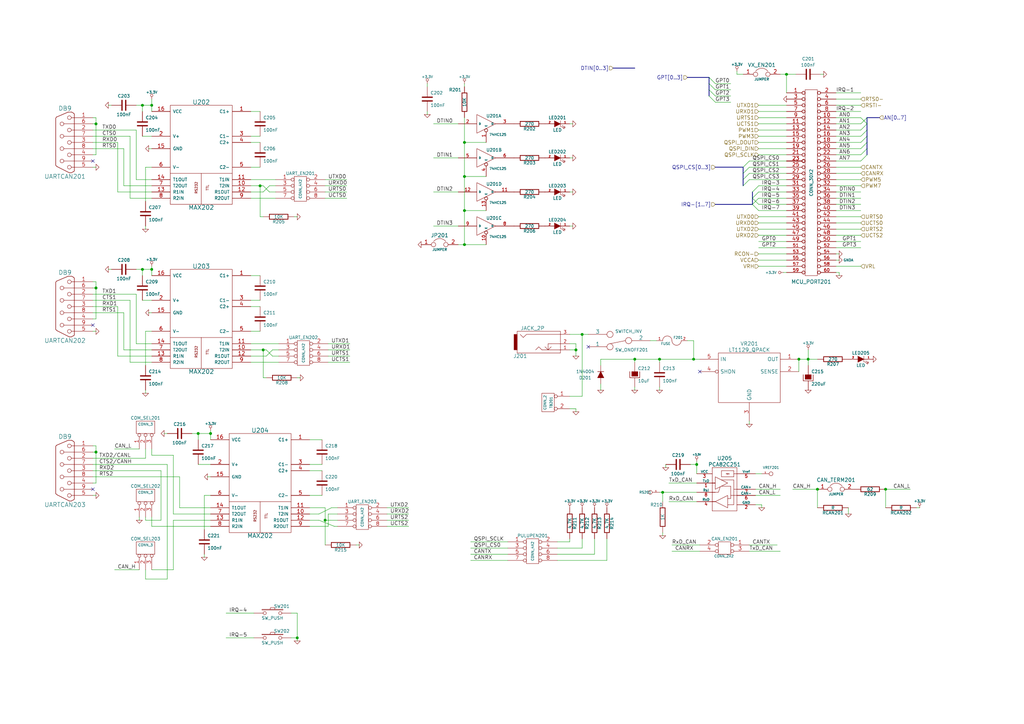
<source format=kicad_sch>
(kicad_sch (version 20210126) (generator eeschema)
  (paper "A3")
  (title_block (title "Dev kit coldfire 5213") (date "Sun 22 Mar 2015") (rev "0"))
  (junction (at 39.37 50.8) (diameter 1.016))
  (junction (at 39.37 118.11) (diameter 1.016))
  (junction (at 39.37 185.42) (diameter 1.016))
  (junction (at 58.42 43.18) (diameter 1.016))
  (junction (at 58.42 110.49) (diameter 1.016))
  (junction (at 62.23 43.18) (diameter 1.016))
  (junction (at 62.23 110.49) (diameter 1.016))
  (junction (at 81.28 177.8) (diameter 1.016))
  (junction (at 86.36 177.8) (diameter 1.016))
  (junction (at 106.68 76.2) (diameter 1.016))
  (junction (at 107.95 143.51) (diameter 1.016))
  (junction (at 121.92 261.62) (diameter 1.016))
  (junction (at 133.35 213.36) (diameter 1.016))
  (junction (at 190.5 58.42) (diameter 1.016))
  (junction (at 190.5 72.39) (diameter 1.016))
  (junction (at 190.5 86.36) (diameter 1.016))
  (junction (at 190.5 100.33) (diameter 1.016))
  (junction (at 236.22 143.51) (diameter 1.016))
  (junction (at 238.76 137.16) (diameter 1.016))
  (junction (at 260.35 147.32) (diameter 1.016))
  (junction (at 270.51 147.32) (diameter 1.016))
  (junction (at 271.78 201.93) (diameter 1.016))
  (junction (at 284.48 147.32) (diameter 1.016))
  (junction (at 285.75 190.5) (diameter 1.016))
  (junction (at 322.58 30.48) (diameter 1.016))
  (junction (at 327.66 147.32) (diameter 1.016))
  (junction (at 331.47 147.32) (diameter 1.016))
  (junction (at 335.28 200.66) (diameter 1.016))
  (junction (at 363.22 200.66) (diameter 1.016))
  (no_connect (at 38.1 66.04))
  (no_connect (at 38.1 133.35))
  (no_connect (at 38.1 200.66))
  (no_connect (at 241.3 142.24))
  (no_connect (at 287.02 152.4))
  (bus_entry (at 293.37 34.29) (size -2.54 -2.54) (stroke (width 0.1524)))
  (bus_entry (at 293.37 36.83) (size -2.54 -2.54) (stroke (width 0.1524)))
  (bus_entry (at 293.37 39.37) (size -2.54 -2.54) (stroke (width 0.1524)))
  (bus_entry (at 293.37 41.91) (size -2.54 -2.54) (stroke (width 0.1524)))
  (bus_entry (at 304.8 68.58) (size 2.54 -2.54) (stroke (width 0.1524)))
  (bus_entry (at 304.8 71.12) (size 2.54 -2.54) (stroke (width 0.1524)))
  (bus_entry (at 304.8 73.66) (size 2.54 -2.54) (stroke (width 0.1524)))
  (bus_entry (at 304.8 76.2) (size 2.54 -2.54) (stroke (width 0.1524)))
  (bus_entry (at 308.61 78.74) (size 2.54 -2.54) (stroke (width 0.1524)))
  (bus_entry (at 308.61 81.28) (size 2.54 -2.54) (stroke (width 0.1524)))
  (bus_entry (at 308.61 83.82) (size 2.54 -2.54) (stroke (width 0.1524)))
  (bus_entry (at 311.15 83.82) (size -2.54 -2.54) (stroke (width 0.1524)))
  (bus_entry (at 311.15 86.36) (size -2.54 -2.54) (stroke (width 0.1524)))
  (bus_entry (at 353.06 48.26) (size 2.54 2.54) (stroke (width 0.1524)))
  (bus_entry (at 353.06 50.8) (size 2.54 -2.54) (stroke (width 0.1524)))
  (bus_entry (at 353.06 53.34) (size 2.54 -2.54) (stroke (width 0.1524)))
  (bus_entry (at 353.06 55.88) (size 2.54 -2.54) (stroke (width 0.1524)))
  (bus_entry (at 353.06 58.42) (size 2.54 -2.54) (stroke (width 0.1524)))
  (bus_entry (at 353.06 60.96) (size 2.54 -2.54) (stroke (width 0.1524)))
  (bus_entry (at 353.06 63.5) (size 2.54 -2.54) (stroke (width 0.1524)))
  (bus_entry (at 353.06 66.04) (size 2.54 -2.54) (stroke (width 0.1524)))
  (wire (pts (xy 38.1 48.26) (xy 39.37 48.26)))
  (wire (pts (xy 38.1 50.8) (xy 39.37 50.8)))
  (wire (pts (xy 38.1 53.34) (xy 55.88 53.34)))
  (wire (pts (xy 38.1 58.42) (xy 48.26 58.42)))
  (wire (pts (xy 38.1 60.96) (xy 50.8 60.96)))
  (wire (pts (xy 38.1 115.57) (xy 39.37 115.57)))
  (wire (pts (xy 38.1 118.11) (xy 39.37 118.11)))
  (wire (pts (xy 38.1 120.65) (xy 55.88 120.65)))
  (wire (pts (xy 38.1 125.73) (xy 48.26 125.73)))
  (wire (pts (xy 38.1 128.27) (xy 50.8 128.27)))
  (wire (pts (xy 38.1 182.88) (xy 39.37 182.88)))
  (wire (pts (xy 38.1 185.42) (xy 39.37 185.42)))
  (wire (pts (xy 39.37 48.26) (xy 39.37 50.8)))
  (wire (pts (xy 39.37 50.8) (xy 39.37 63.5)))
  (wire (pts (xy 39.37 63.5) (xy 38.1 63.5)))
  (wire (pts (xy 39.37 68.58) (xy 38.1 68.58)))
  (wire (pts (xy 39.37 115.57) (xy 39.37 118.11)))
  (wire (pts (xy 39.37 118.11) (xy 39.37 130.81)))
  (wire (pts (xy 39.37 130.81) (xy 38.1 130.81)))
  (wire (pts (xy 39.37 135.89) (xy 38.1 135.89)))
  (wire (pts (xy 39.37 182.88) (xy 39.37 185.42)))
  (wire (pts (xy 39.37 185.42) (xy 39.37 198.12)))
  (wire (pts (xy 39.37 198.12) (xy 38.1 198.12)))
  (wire (pts (xy 39.37 203.2) (xy 38.1 203.2)))
  (wire (pts (xy 44.45 43.18) (xy 45.72 43.18)))
  (wire (pts (xy 44.45 110.49) (xy 45.72 110.49)))
  (wire (pts (xy 48.26 58.42) (xy 48.26 78.74)))
  (wire (pts (xy 48.26 78.74) (xy 62.23 78.74)))
  (wire (pts (xy 48.26 125.73) (xy 48.26 146.05)))
  (wire (pts (xy 48.26 146.05) (xy 62.23 146.05)))
  (wire (pts (xy 50.8 60.96) (xy 50.8 76.2)))
  (wire (pts (xy 50.8 76.2) (xy 62.23 76.2)))
  (wire (pts (xy 50.8 128.27) (xy 50.8 143.51)))
  (wire (pts (xy 50.8 143.51) (xy 62.23 143.51)))
  (wire (pts (xy 53.34 55.88) (xy 38.1 55.88)))
  (wire (pts (xy 53.34 81.28) (xy 53.34 55.88)))
  (wire (pts (xy 53.34 123.19) (xy 38.1 123.19)))
  (wire (pts (xy 53.34 148.59) (xy 53.34 123.19)))
  (wire (pts (xy 55.88 43.18) (xy 58.42 43.18)))
  (wire (pts (xy 55.88 53.34) (xy 55.88 73.66)))
  (wire (pts (xy 55.88 73.66) (xy 62.23 73.66)))
  (wire (pts (xy 55.88 110.49) (xy 58.42 110.49)))
  (wire (pts (xy 55.88 120.65) (xy 55.88 140.97)))
  (wire (pts (xy 55.88 140.97) (xy 62.23 140.97)))
  (wire (pts (xy 57.15 184.15) (xy 46.99 184.15)))
  (wire (pts (xy 57.15 213.36) (xy 57.15 212.09)))
  (wire (pts (xy 57.15 233.68) (xy 46.99 233.68)))
  (wire (pts (xy 58.42 43.18) (xy 62.23 43.18)))
  (wire (pts (xy 58.42 45.72) (xy 58.42 43.18)))
  (wire (pts (xy 58.42 110.49) (xy 62.23 110.49)))
  (wire (pts (xy 58.42 113.03) (xy 58.42 110.49)))
  (wire (pts (xy 59.69 68.58) (xy 62.23 68.58)))
  (wire (pts (xy 59.69 82.55) (xy 59.69 68.58)))
  (wire (pts (xy 59.69 92.71) (xy 59.69 93.98)))
  (wire (pts (xy 59.69 135.89) (xy 62.23 135.89)))
  (wire (pts (xy 59.69 149.86) (xy 59.69 135.89)))
  (wire (pts (xy 59.69 160.02) (xy 59.69 161.29)))
  (wire (pts (xy 59.69 184.15) (xy 59.69 187.96)))
  (wire (pts (xy 59.69 187.96) (xy 38.1 187.96)))
  (wire (pts (xy 59.69 212.09) (xy 59.69 213.36)))
  (wire (pts (xy 59.69 213.36) (xy 66.04 213.36)))
  (wire (pts (xy 59.69 233.68) (xy 59.69 237.49)))
  (wire (pts (xy 59.69 237.49) (xy 68.58 237.49)))
  (wire (pts (xy 60.96 60.96) (xy 62.23 60.96)))
  (wire (pts (xy 60.96 128.27) (xy 62.23 128.27)))
  (wire (pts (xy 62.23 40.64) (xy 62.23 43.18)))
  (wire (pts (xy 62.23 43.18) (xy 62.23 45.72)))
  (wire (pts (xy 62.23 55.88) (xy 58.42 55.88)))
  (wire (pts (xy 62.23 81.28) (xy 53.34 81.28)))
  (wire (pts (xy 62.23 109.22) (xy 62.23 110.49)))
  (wire (pts (xy 62.23 110.49) (xy 62.23 113.03)))
  (wire (pts (xy 62.23 123.19) (xy 58.42 123.19)))
  (wire (pts (xy 62.23 148.59) (xy 53.34 148.59)))
  (wire (pts (xy 62.23 186.69) (xy 62.23 184.15)))
  (wire (pts (xy 62.23 212.09) (xy 62.23 215.9)))
  (wire (pts (xy 62.23 215.9) (xy 86.36 215.9)))
  (wire (pts (xy 62.23 233.68) (xy 71.12 233.68)))
  (wire (pts (xy 66.04 193.04) (xy 38.1 193.04)))
  (wire (pts (xy 66.04 213.36) (xy 66.04 193.04)))
  (wire (pts (xy 67.31 177.8) (xy 68.58 177.8)))
  (wire (pts (xy 68.58 190.5) (xy 38.1 190.5)))
  (wire (pts (xy 68.58 237.49) (xy 68.58 190.5)))
  (wire (pts (xy 71.12 186.69) (xy 62.23 186.69)))
  (wire (pts (xy 71.12 210.82) (xy 71.12 186.69)))
  (wire (pts (xy 71.12 213.36) (xy 86.36 213.36)))
  (wire (pts (xy 71.12 233.68) (xy 71.12 213.36)))
  (wire (pts (xy 73.66 195.58) (xy 38.1 195.58)))
  (wire (pts (xy 73.66 208.28) (xy 73.66 195.58)))
  (wire (pts (xy 73.66 208.28) (xy 86.36 208.28)))
  (wire (pts (xy 78.74 177.8) (xy 81.28 177.8)))
  (wire (pts (xy 81.28 177.8) (xy 81.28 180.34)))
  (wire (pts (xy 81.28 177.8) (xy 86.36 177.8)))
  (wire (pts (xy 83.82 203.2) (xy 86.36 203.2)))
  (wire (pts (xy 83.82 217.17) (xy 83.82 203.2)))
  (wire (pts (xy 83.82 228.6) (xy 83.82 227.33)))
  (wire (pts (xy 85.09 195.58) (xy 86.36 195.58)))
  (wire (pts (xy 86.36 176.53) (xy 86.36 177.8)))
  (wire (pts (xy 86.36 177.8) (xy 86.36 180.34)))
  (wire (pts (xy 86.36 190.5) (xy 81.28 190.5)))
  (wire (pts (xy 86.36 210.82) (xy 71.12 210.82)))
  (wire (pts (xy 92.71 251.46) (xy 104.14 251.46)))
  (wire (pts (xy 92.71 261.62) (xy 104.14 261.62)))
  (wire (pts (xy 102.87 73.66) (xy 113.03 73.66)))
  (wire (pts (xy 102.87 76.2) (xy 106.68 76.2)))
  (wire (pts (xy 102.87 81.28) (xy 113.03 81.28)))
  (wire (pts (xy 102.87 140.97) (xy 114.3 140.97)))
  (wire (pts (xy 102.87 143.51) (xy 107.95 143.51)))
  (wire (pts (xy 102.87 148.59) (xy 114.3 148.59)))
  (wire (pts (xy 106.68 45.72) (xy 102.87 45.72)))
  (wire (pts (xy 106.68 55.88) (xy 102.87 55.88)))
  (wire (pts (xy 106.68 58.42) (xy 102.87 58.42)))
  (wire (pts (xy 106.68 68.58) (xy 102.87 68.58)))
  (wire (pts (xy 106.68 76.2) (xy 106.68 88.9)))
  (wire (pts (xy 106.68 76.2) (xy 107.95 76.2)))
  (wire (pts (xy 106.68 88.9) (xy 107.95 88.9)))
  (wire (pts (xy 106.68 113.03) (xy 102.87 113.03)))
  (wire (pts (xy 106.68 123.19) (xy 102.87 123.19)))
  (wire (pts (xy 106.68 125.73) (xy 102.87 125.73)))
  (wire (pts (xy 106.68 135.89) (xy 102.87 135.89)))
  (wire (pts (xy 107.95 78.74) (xy 102.87 78.74)))
  (wire (pts (xy 107.95 143.51) (xy 109.22 143.51)))
  (wire (pts (xy 107.95 154.94) (xy 107.95 143.51)))
  (wire (pts (xy 109.22 146.05) (xy 102.87 146.05)))
  (wire (pts (xy 109.22 154.94) (xy 107.95 154.94)))
  (wire (pts (xy 110.49 76.2) (xy 107.95 78.74)))
  (wire (pts (xy 110.49 78.74) (xy 107.95 76.2)))
  (wire (pts (xy 111.76 143.51) (xy 109.22 146.05)))
  (wire (pts (xy 111.76 146.05) (xy 109.22 143.51)))
  (wire (pts (xy 113.03 76.2) (xy 110.49 76.2)))
  (wire (pts (xy 113.03 78.74) (xy 110.49 78.74)))
  (wire (pts (xy 114.3 143.51) (xy 111.76 143.51)))
  (wire (pts (xy 114.3 146.05) (xy 111.76 146.05)))
  (wire (pts (xy 119.38 261.62) (xy 121.92 261.62)))
  (wire (pts (xy 120.65 88.9) (xy 121.92 88.9)))
  (wire (pts (xy 121.92 251.46) (xy 119.38 251.46)))
  (wire (pts (xy 121.92 251.46) (xy 121.92 261.62)))
  (wire (pts (xy 121.92 261.62) (xy 121.92 262.89)))
  (wire (pts (xy 123.19 154.94) (xy 121.92 154.94)))
  (wire (pts (xy 127 210.82) (xy 130.81 210.82)))
  (wire (pts (xy 127 215.9) (xy 134.62 215.9)))
  (wire (pts (xy 130.81 213.36) (xy 127 213.36)))
  (wire (pts (xy 132.08 180.34) (xy 127 180.34)))
  (wire (pts (xy 132.08 190.5) (xy 127 190.5)))
  (wire (pts (xy 132.08 193.04) (xy 127 193.04)))
  (wire (pts (xy 132.08 203.2) (xy 127 203.2)))
  (wire (pts (xy 133.35 208.28) (xy 127 208.28)))
  (wire (pts (xy 133.35 208.28) (xy 133.35 213.36)))
  (wire (pts (xy 133.35 213.36) (xy 133.35 223.52)))
  (wire (pts (xy 134.62 210.82) (xy 138.43 210.82)))
  (wire (pts (xy 134.62 215.9) (xy 134.62 210.82)))
  (wire (pts (xy 135.89 208.28) (xy 130.81 210.82)))
  (wire (pts (xy 137.16 215.9) (xy 130.81 213.36)))
  (wire (pts (xy 138.43 208.28) (xy 135.89 208.28)))
  (wire (pts (xy 138.43 213.36) (xy 133.35 213.36)))
  (wire (pts (xy 138.43 215.9) (xy 137.16 215.9)))
  (wire (pts (xy 142.24 73.66) (xy 133.35 73.66)))
  (wire (pts (xy 142.24 76.2) (xy 133.35 76.2)))
  (wire (pts (xy 142.24 78.74) (xy 133.35 78.74)))
  (wire (pts (xy 142.24 81.28) (xy 133.35 81.28)))
  (wire (pts (xy 143.51 140.97) (xy 134.62 140.97)))
  (wire (pts (xy 143.51 143.51) (xy 134.62 143.51)))
  (wire (pts (xy 143.51 146.05) (xy 134.62 146.05)))
  (wire (pts (xy 143.51 148.59) (xy 134.62 148.59)))
  (wire (pts (xy 147.32 223.52) (xy 146.05 223.52)))
  (wire (pts (xy 167.64 208.28) (xy 158.75 208.28)))
  (wire (pts (xy 167.64 210.82) (xy 158.75 210.82)))
  (wire (pts (xy 167.64 213.36) (xy 158.75 213.36)))
  (wire (pts (xy 167.64 215.9) (xy 158.75 215.9)))
  (wire (pts (xy 175.26 34.29) (xy 175.26 35.56)))
  (wire (pts (xy 175.26 45.72) (xy 175.26 46.99)))
  (wire (pts (xy 187.96 50.8) (xy 177.8 50.8)))
  (wire (pts (xy 187.96 64.77) (xy 177.8 64.77)))
  (wire (pts (xy 187.96 78.74) (xy 177.8 78.74)))
  (wire (pts (xy 187.96 92.71) (xy 177.8 92.71)))
  (wire (pts (xy 187.96 100.33) (xy 190.5 100.33)))
  (wire (pts (xy 190.5 34.29) (xy 190.5 35.56)))
  (wire (pts (xy 190.5 48.26) (xy 190.5 58.42)))
  (wire (pts (xy 190.5 58.42) (xy 190.5 72.39)))
  (wire (pts (xy 190.5 72.39) (xy 190.5 86.36)))
  (wire (pts (xy 190.5 72.39) (xy 199.39 72.39)))
  (wire (pts (xy 190.5 86.36) (xy 190.5 100.33)))
  (wire (pts (xy 190.5 86.36) (xy 199.39 86.36)))
  (wire (pts (xy 190.5 100.33) (xy 199.39 100.33)))
  (wire (pts (xy 199.39 58.42) (xy 190.5 58.42)))
  (wire (pts (xy 208.28 222.25) (xy 193.04 222.25)))
  (wire (pts (xy 208.28 224.79) (xy 193.04 224.79)))
  (wire (pts (xy 208.28 227.33) (xy 193.04 227.33)))
  (wire (pts (xy 208.28 229.87) (xy 193.04 229.87)))
  (wire (pts (xy 228.6 224.79) (xy 238.76 224.79)))
  (wire (pts (xy 228.6 229.87) (xy 248.92 229.87)))
  (wire (pts (xy 233.68 137.16) (xy 238.76 137.16)))
  (wire (pts (xy 233.68 143.51) (xy 236.22 143.51)))
  (wire (pts (xy 233.68 220.98) (xy 233.68 222.25)))
  (wire (pts (xy 233.68 222.25) (xy 228.6 222.25)))
  (wire (pts (xy 234.95 50.8) (xy 233.68 50.8)))
  (wire (pts (xy 234.95 64.77) (xy 233.68 64.77)))
  (wire (pts (xy 234.95 78.74) (xy 233.68 78.74)))
  (wire (pts (xy 234.95 92.71) (xy 233.68 92.71)))
  (wire (pts (xy 236.22 140.97) (xy 233.68 140.97)))
  (wire (pts (xy 236.22 140.97) (xy 236.22 143.51)))
  (wire (pts (xy 236.22 143.51) (xy 236.22 146.05)))
  (wire (pts (xy 236.22 167.64) (xy 233.68 167.64)))
  (wire (pts (xy 236.22 168.91) (xy 236.22 167.64)))
  (wire (pts (xy 238.76 137.16) (xy 241.3 137.16)))
  (wire (pts (xy 238.76 162.56) (xy 233.68 162.56)))
  (wire (pts (xy 238.76 162.56) (xy 238.76 137.16)))
  (wire (pts (xy 238.76 224.79) (xy 238.76 220.98)))
  (wire (pts (xy 243.84 220.98) (xy 243.84 227.33)))
  (wire (pts (xy 243.84 227.33) (xy 228.6 227.33)))
  (wire (pts (xy 246.38 147.32) (xy 246.38 149.86)))
  (wire (pts (xy 246.38 147.32) (xy 260.35 147.32)))
  (wire (pts (xy 246.38 160.02) (xy 246.38 157.48)))
  (wire (pts (xy 248.92 229.87) (xy 248.92 220.98)))
  (wire (pts (xy 260.35 147.32) (xy 260.35 148.59)))
  (wire (pts (xy 260.35 147.32) (xy 270.51 147.32)))
  (wire (pts (xy 260.35 160.02) (xy 260.35 158.75)))
  (wire (pts (xy 269.24 139.7) (xy 266.7 139.7)))
  (wire (pts (xy 270.51 147.32) (xy 270.51 148.59)))
  (wire (pts (xy 270.51 147.32) (xy 284.48 147.32)))
  (wire (pts (xy 270.51 160.02) (xy 270.51 158.75)))
  (wire (pts (xy 270.51 201.93) (xy 271.78 201.93)))
  (wire (pts (xy 271.78 201.93) (xy 285.75 201.93)))
  (wire (pts (xy 271.78 205.74) (xy 271.78 201.93)))
  (wire (pts (xy 271.78 219.71) (xy 271.78 218.44)))
  (wire (pts (xy 273.05 190.5) (xy 273.05 191.77)))
  (wire (pts (xy 274.32 198.12) (xy 285.75 198.12)))
  (wire (pts (xy 275.59 223.52) (xy 287.02 223.52)))
  (wire (pts (xy 281.94 139.7) (xy 284.48 139.7)))
  (wire (pts (xy 283.21 190.5) (xy 285.75 190.5)))
  (wire (pts (xy 284.48 139.7) (xy 284.48 147.32)))
  (wire (pts (xy 284.48 147.32) (xy 287.02 147.32)))
  (wire (pts (xy 285.75 189.23) (xy 285.75 190.5)))
  (wire (pts (xy 285.75 190.5) (xy 285.75 194.31)))
  (wire (pts (xy 285.75 205.74) (xy 274.32 205.74)))
  (wire (pts (xy 287.02 226.06) (xy 275.59 226.06)))
  (wire (pts (xy 299.72 34.29) (xy 293.37 34.29)))
  (wire (pts (xy 299.72 36.83) (xy 293.37 36.83)))
  (wire (pts (xy 299.72 39.37) (xy 293.37 39.37)))
  (wire (pts (xy 299.72 41.91) (xy 293.37 41.91)))
  (wire (pts (xy 302.26 29.21) (xy 302.26 30.48)))
  (wire (pts (xy 302.26 30.48) (xy 304.8 30.48)))
  (wire (pts (xy 307.34 66.04) (xy 322.58 66.04)))
  (wire (pts (xy 307.34 68.58) (xy 322.58 68.58)))
  (wire (pts (xy 307.34 71.12) (xy 322.58 71.12)))
  (wire (pts (xy 307.34 73.66) (xy 322.58 73.66)))
  (wire (pts (xy 307.34 172.72) (xy 307.34 173.99)))
  (wire (pts (xy 307.34 226.06) (xy 320.04 226.06)))
  (wire (pts (xy 311.15 43.18) (xy 322.58 43.18)))
  (wire (pts (xy 311.15 45.72) (xy 322.58 45.72)))
  (wire (pts (xy 311.15 48.26) (xy 322.58 48.26)))
  (wire (pts (xy 311.15 50.8) (xy 322.58 50.8)))
  (wire (pts (xy 311.15 53.34) (xy 322.58 53.34)))
  (wire (pts (xy 311.15 55.88) (xy 322.58 55.88)))
  (wire (pts (xy 311.15 58.42) (xy 322.58 58.42)))
  (wire (pts (xy 311.15 60.96) (xy 322.58 60.96)))
  (wire (pts (xy 311.15 63.5) (xy 322.58 63.5)))
  (wire (pts (xy 311.15 76.2) (xy 322.58 76.2)))
  (wire (pts (xy 311.15 78.74) (xy 322.58 78.74)))
  (wire (pts (xy 311.15 81.28) (xy 322.58 81.28)))
  (wire (pts (xy 311.15 83.82) (xy 322.58 83.82)))
  (wire (pts (xy 311.15 86.36) (xy 322.58 86.36)))
  (wire (pts (xy 311.15 88.9) (xy 322.58 88.9)))
  (wire (pts (xy 311.15 91.44) (xy 322.58 91.44)))
  (wire (pts (xy 311.15 93.98) (xy 322.58 93.98)))
  (wire (pts (xy 311.15 96.52) (xy 322.58 96.52)))
  (wire (pts (xy 311.15 99.06) (xy 322.58 99.06)))
  (wire (pts (xy 311.15 101.6) (xy 322.58 101.6)))
  (wire (pts (xy 311.15 104.14) (xy 322.58 104.14)))
  (wire (pts (xy 311.15 106.68) (xy 322.58 106.68)))
  (wire (pts (xy 311.15 109.22) (xy 322.58 109.22)))
  (wire (pts (xy 312.42 194.31) (xy 309.88 194.31)))
  (wire (pts (xy 312.42 207.01) (xy 309.88 207.01)))
  (wire (pts (xy 312.42 208.28) (xy 312.42 207.01)))
  (wire (pts (xy 318.77 223.52) (xy 307.34 223.52)))
  (wire (pts (xy 320.04 30.48) (xy 322.58 30.48)))
  (wire (pts (xy 320.04 200.66) (xy 309.88 200.66)))
  (wire (pts (xy 320.04 203.2) (xy 309.88 203.2)))
  (wire (pts (xy 321.31 111.76) (xy 322.58 111.76)))
  (wire (pts (xy 322.58 30.48) (xy 326.39 30.48)))
  (wire (pts (xy 322.58 38.1) (xy 322.58 30.48)))
  (wire (pts (xy 325.12 200.66) (xy 335.28 200.66)))
  (wire (pts (xy 327.66 147.32) (xy 327.66 152.4)))
  (wire (pts (xy 327.66 147.32) (xy 331.47 147.32)))
  (wire (pts (xy 331.47 143.51) (xy 331.47 147.32)))
  (wire (pts (xy 331.47 147.32) (xy 331.47 149.86)))
  (wire (pts (xy 331.47 147.32) (xy 335.28 147.32)))
  (wire (pts (xy 335.28 200.66) (xy 335.28 208.28)))
  (wire (pts (xy 337.82 30.48) (xy 336.55 30.48)))
  (wire (pts (xy 342.9 40.64) (xy 353.06 40.64)))
  (wire (pts (xy 342.9 43.18) (xy 353.06 43.18)))
  (wire (pts (xy 342.9 68.58) (xy 353.06 68.58)))
  (wire (pts (xy 342.9 71.12) (xy 353.06 71.12)))
  (wire (pts (xy 344.17 104.14) (xy 342.9 104.14)))
  (wire (pts (xy 344.17 106.68) (xy 342.9 106.68)))
  (wire (pts (xy 344.17 111.76) (xy 342.9 111.76)))
  (wire (pts (xy 344.17 113.03) (xy 344.17 111.76)))
  (wire (pts (xy 347.98 208.28) (xy 347.98 210.82)))
  (wire (pts (xy 353.06 38.1) (xy 342.9 38.1)))
  (wire (pts (xy 353.06 45.72) (xy 342.9 45.72)))
  (wire (pts (xy 353.06 48.26) (xy 342.9 48.26)))
  (wire (pts (xy 353.06 50.8) (xy 342.9 50.8)))
  (wire (pts (xy 353.06 53.34) (xy 342.9 53.34)))
  (wire (pts (xy 353.06 55.88) (xy 342.9 55.88)))
  (wire (pts (xy 353.06 58.42) (xy 342.9 58.42)))
  (wire (pts (xy 353.06 60.96) (xy 342.9 60.96)))
  (wire (pts (xy 353.06 63.5) (xy 342.9 63.5)))
  (wire (pts (xy 353.06 66.04) (xy 342.9 66.04)))
  (wire (pts (xy 353.06 73.66) (xy 342.9 73.66)))
  (wire (pts (xy 353.06 76.2) (xy 342.9 76.2)))
  (wire (pts (xy 353.06 78.74) (xy 342.9 78.74)))
  (wire (pts (xy 353.06 81.28) (xy 342.9 81.28)))
  (wire (pts (xy 353.06 83.82) (xy 342.9 83.82)))
  (wire (pts (xy 353.06 86.36) (xy 342.9 86.36)))
  (wire (pts (xy 353.06 88.9) (xy 342.9 88.9)))
  (wire (pts (xy 353.06 91.44) (xy 342.9 91.44)))
  (wire (pts (xy 353.06 93.98) (xy 342.9 93.98)))
  (wire (pts (xy 353.06 96.52) (xy 342.9 96.52)))
  (wire (pts (xy 353.06 99.06) (xy 342.9 99.06)))
  (wire (pts (xy 353.06 101.6) (xy 342.9 101.6)))
  (wire (pts (xy 353.06 109.22) (xy 342.9 109.22)))
  (wire (pts (xy 363.22 200.66) (xy 373.38 200.66)))
  (wire (pts (xy 363.22 208.28) (xy 363.22 200.66)))
  (wire (pts (xy 375.92 208.28) (xy 377.19 208.28)))
  (bus (pts (xy 251.46 27.94) (xy 260.35 27.94)))
  (bus (pts (xy 281.94 31.75) (xy 290.83 31.75)))
  (bus (pts (xy 290.83 31.75) (xy 290.83 34.29)))
  (bus (pts (xy 290.83 34.29) (xy 290.83 36.83)))
  (bus (pts (xy 290.83 36.83) (xy 290.83 39.37)))
  (bus (pts (xy 293.37 68.58) (xy 304.8 68.58)))
  (bus (pts (xy 293.37 83.82) (xy 308.61 83.82)))
  (bus (pts (xy 304.8 68.58) (xy 304.8 71.12)))
  (bus (pts (xy 304.8 71.12) (xy 304.8 73.66)))
  (bus (pts (xy 304.8 73.66) (xy 304.8 76.2)))
  (bus (pts (xy 308.61 78.74) (xy 308.61 81.28)))
  (bus (pts (xy 308.61 81.28) (xy 308.61 83.82)))
  (bus (pts (xy 355.6 48.26) (xy 355.6 50.8)))
  (bus (pts (xy 355.6 50.8) (xy 355.6 53.34)))
  (bus (pts (xy 355.6 53.34) (xy 355.6 55.88)))
  (bus (pts (xy 355.6 55.88) (xy 355.6 58.42)))
  (bus (pts (xy 355.6 58.42) (xy 355.6 60.96)))
  (bus (pts (xy 355.6 60.96) (xy 355.6 63.5)))
  (bus (pts (xy 360.68 48.26) (xy 355.6 48.26)))
  (label "TXD2/CANL" (at 40.64 187.96 0) (effects (font (size 1.524 1.524))))
  (label "CTS2/CANH" (at 40.64 190.5 0) (effects (font (size 1.524 1.524))))
  (label "RXD2" (at 40.64 193.04 0) (effects (font (size 1.524 1.524))))
  (label "RTS2" (at 40.64 195.58 0) (effects (font (size 1.524 1.524))))
  (label "TXD0" (at 41.91 53.34 0) (effects (font (size 1.524 1.524))))
  (label "CTS0" (at 41.91 55.88 0) (effects (font (size 1.524 1.524))))
  (label "RXD0" (at 41.91 58.42 0) (effects (font (size 1.524 1.524))))
  (label "RTS0" (at 41.91 60.96 0) (effects (font (size 1.524 1.524))))
  (label "TXD1" (at 41.91 120.65 0) (effects (font (size 1.524 1.524))))
  (label "CTS1" (at 41.91 123.19 0) (effects (font (size 1.524 1.524))))
  (label "RXD1" (at 41.91 125.73 0) (effects (font (size 1.524 1.524))))
  (label "RTS1" (at 41.91 128.27 0) (effects (font (size 1.524 1.524))))
  (label "CAN_L" (at 46.99 184.15 0) (effects (font (size 1.524 1.524))))
  (label "CAN_H" (at 48.26 233.68 0) (effects (font (size 1.524 1.524))))
  (label "IRQ-4" (at 93.98 251.46 0) (effects (font (size 1.524 1.524))))
  (label "IRQ-5" (at 93.98 261.62 0) (effects (font (size 1.524 1.524))))
  (label "UTXD0" (at 134.62 73.66 0) (effects (font (size 1.524 1.524))))
  (label "URXD0" (at 134.62 76.2 0) (effects (font (size 1.524 1.524))))
  (label "URTS0" (at 134.62 78.74 0) (effects (font (size 1.524 1.524))))
  (label "UCTS0" (at 134.62 81.28 0) (effects (font (size 1.524 1.524))))
  (label "UTXD1" (at 135.89 140.97 0) (effects (font (size 1.524 1.524))))
  (label "URXD1" (at 135.89 143.51 0) (effects (font (size 1.524 1.524))))
  (label "URTS1" (at 135.89 146.05 0) (effects (font (size 1.524 1.524))))
  (label "UCTS1" (at 135.89 148.59 0) (effects (font (size 1.524 1.524))))
  (label "UTXD2" (at 160.02 208.28 0) (effects (font (size 1.524 1.524))))
  (label "URXD2" (at 160.02 210.82 0) (effects (font (size 1.524 1.524))))
  (label "URTS2" (at 160.02 213.36 0) (effects (font (size 1.524 1.524))))
  (label "UCTS2" (at 160.02 215.9 0) (effects (font (size 1.524 1.524))))
  (label "DTIN0" (at 179.07 50.8 0) (effects (font (size 1.524 1.524))))
  (label "DTIN1" (at 179.07 64.77 0) (effects (font (size 1.524 1.524))))
  (label "DTIN2" (at 179.07 78.74 0) (effects (font (size 1.524 1.524))))
  (label "DTIN3" (at 179.07 92.71 0) (effects (font (size 1.524 1.524))))
  (label "QSPI_SCLK" (at 194.31 222.25 0) (effects (font (size 1.524 1.524))))
  (label "QSPI_CS0" (at 194.31 224.79 0) (effects (font (size 1.524 1.524))))
  (label "CANTX" (at 194.31 227.33 0) (effects (font (size 1.524 1.524))))
  (label "CANRX" (at 194.31 229.87 0) (effects (font (size 1.524 1.524))))
  (label "TxD_CAN" (at 274.32 198.12 0) (effects (font (size 1.524 1.524))))
  (label "RxD_CAN" (at 274.32 205.74 0) (effects (font (size 1.524 1.524))))
  (label "RxD_CAN" (at 275.59 223.52 0) (effects (font (size 1.524 1.524))))
  (label "CANRX" (at 276.86 226.06 0) (effects (font (size 1.524 1.524))))
  (label "GPT0" (at 293.37 34.29 0) (effects (font (size 1.524 1.524))))
  (label "GPT1" (at 293.37 36.83 0) (effects (font (size 1.524 1.524))))
  (label "GPT2" (at 293.37 39.37 0) (effects (font (size 1.524 1.524))))
  (label "GPT3" (at 293.37 41.91 0) (effects (font (size 1.524 1.524))))
  (label "TxD_CAN" (at 307.34 226.06 0) (effects (font (size 1.524 1.524))))
  (label "QSPI_CS0" (at 308.61 66.04 0) (effects (font (size 1.524 1.524))))
  (label "QSPI_CS1" (at 308.61 68.58 0) (effects (font (size 1.524 1.524))))
  (label "QSPI_CS2" (at 308.61 71.12 0) (effects (font (size 1.524 1.524))))
  (label "QSPI_CS3" (at 308.61 73.66 0) (effects (font (size 1.524 1.524))))
  (label "CANTX" (at 308.61 223.52 0) (effects (font (size 1.524 1.524))))
  (label "CAN_H" (at 311.15 200.66 0) (effects (font (size 1.524 1.524))))
  (label "CAN_L" (at 311.15 203.2 0) (effects (font (size 1.524 1.524))))
  (label "IRQ-3" (at 312.42 76.2 0) (effects (font (size 1.524 1.524))))
  (label "IRQ-4" (at 312.42 78.74 0) (effects (font (size 1.524 1.524))))
  (label "IRQ-5" (at 312.42 81.28 0) (effects (font (size 1.524 1.524))))
  (label "IRQ-6" (at 312.42 83.82 0) (effects (font (size 1.524 1.524))))
  (label "IRQ-7" (at 312.42 86.36 0) (effects (font (size 1.524 1.524))))
  (label "GPT0" (at 312.42 99.06 0) (effects (font (size 1.524 1.524))))
  (label "GPT2" (at 312.42 101.6 0) (effects (font (size 1.524 1.524))))
  (label "CAN_H" (at 325.12 200.66 0) (effects (font (size 1.524 1.524))))
  (label "IRQ-1" (at 342.9 38.1 0) (effects (font (size 1.524 1.524))))
  (label "IRQ-2" (at 342.9 45.72 0) (effects (font (size 1.524 1.524))))
  (label "AN0" (at 344.17 48.26 0) (effects (font (size 1.524 1.524))))
  (label "AN1" (at 344.17 50.8 0) (effects (font (size 1.524 1.524))))
  (label "AN2" (at 344.17 53.34 0) (effects (font (size 1.524 1.524))))
  (label "AN3" (at 344.17 55.88 0) (effects (font (size 1.524 1.524))))
  (label "AN4" (at 344.17 58.42 0) (effects (font (size 1.524 1.524))))
  (label "AN5" (at 344.17 60.96 0) (effects (font (size 1.524 1.524))))
  (label "AN6" (at 344.17 63.5 0) (effects (font (size 1.524 1.524))))
  (label "AN7" (at 344.17 66.04 0) (effects (font (size 1.524 1.524))))
  (label "DTIN0" (at 344.17 78.74 0) (effects (font (size 1.524 1.524))))
  (label "DTIN1" (at 344.17 81.28 0) (effects (font (size 1.524 1.524))))
  (label "DTIN2" (at 344.17 83.82 0) (effects (font (size 1.524 1.524))))
  (label "DTIN3" (at 344.17 86.36 0) (effects (font (size 1.524 1.524))))
  (label "GPT1" (at 345.44 99.06 0) (effects (font (size 1.524 1.524))))
  (label "GPT3" (at 345.44 101.6 0) (effects (font (size 1.524 1.524))))
  (label "CAN_L" (at 373.38 200.66 180) (effects (font (size 1.524 1.524))))
  (hierarchical_label "DTIN[0..3]" (shape input) (at 251.46 27.94 180) (effects (font (size 1.524 1.524))))
  (hierarchical_label "GPT[0..3]" (shape input) (at 281.94 31.75 180) (effects (font (size 1.524 1.524))))
  (hierarchical_label "QSPI_CS[0..3]" (shape input) (at 293.37 68.58 180) (effects (font (size 1.524 1.524))))
  (hierarchical_label "IRQ-[1..7]" (shape input) (at 293.37 83.82 180) (effects (font (size 1.524 1.524))))
  (hierarchical_label "UTXD1" (shape input) (at 311.15 43.18 180) (effects (font (size 1.524 1.524))))
  (hierarchical_label "URXD1" (shape input) (at 311.15 45.72 180) (effects (font (size 1.524 1.524))))
  (hierarchical_label "URTS1" (shape input) (at 311.15 48.26 180) (effects (font (size 1.524 1.524))))
  (hierarchical_label "UCTS1" (shape input) (at 311.15 50.8 180) (effects (font (size 1.524 1.524))))
  (hierarchical_label "PWM1" (shape input) (at 311.15 53.34 180) (effects (font (size 1.524 1.524))))
  (hierarchical_label "PWM3" (shape input) (at 311.15 55.88 180) (effects (font (size 1.524 1.524))))
  (hierarchical_label "QSPI_DOUT" (shape input) (at 311.15 58.42 180) (effects (font (size 1.524 1.524))))
  (hierarchical_label "QSPI_DIN" (shape input) (at 311.15 60.96 180) (effects (font (size 1.524 1.524))))
  (hierarchical_label "QSPI_SCLK" (shape input) (at 311.15 63.5 180) (effects (font (size 1.524 1.524))))
  (hierarchical_label "UTXD0" (shape input) (at 311.15 88.9 180) (effects (font (size 1.524 1.524))))
  (hierarchical_label "URXD0" (shape input) (at 311.15 91.44 180) (effects (font (size 1.524 1.524))))
  (hierarchical_label "UTXD2" (shape input) (at 311.15 93.98 180) (effects (font (size 1.524 1.524))))
  (hierarchical_label "URXD2" (shape input) (at 311.15 96.52 180) (effects (font (size 1.524 1.524))))
  (hierarchical_label "RCON-" (shape input) (at 311.15 104.14 180) (effects (font (size 1.524 1.524))))
  (hierarchical_label "VCCA" (shape input) (at 311.15 106.68 180) (effects (font (size 1.524 1.524))))
  (hierarchical_label "VRH" (shape input) (at 311.15 109.22 180) (effects (font (size 1.524 1.524))))
  (hierarchical_label "RTS0-" (shape input) (at 353.06 40.64 0) (effects (font (size 1.524 1.524))))
  (hierarchical_label "RSTI-" (shape input) (at 353.06 43.18 0) (effects (font (size 1.524 1.524))))
  (hierarchical_label "CANTX" (shape input) (at 353.06 68.58 0) (effects (font (size 1.524 1.524))))
  (hierarchical_label "CANRX" (shape input) (at 353.06 71.12 0) (effects (font (size 1.524 1.524))))
  (hierarchical_label "PWM5" (shape input) (at 353.06 73.66 0) (effects (font (size 1.524 1.524))))
  (hierarchical_label "PWM7" (shape input) (at 353.06 76.2 0) (effects (font (size 1.524 1.524))))
  (hierarchical_label "URTS0" (shape input) (at 353.06 88.9 0) (effects (font (size 1.524 1.524))))
  (hierarchical_label "UCTS0" (shape input) (at 353.06 91.44 0) (effects (font (size 1.524 1.524))))
  (hierarchical_label "URTS2" (shape input) (at 353.06 93.98 0) (effects (font (size 1.524 1.524))))
  (hierarchical_label "UCTS2" (shape input) (at 353.06 96.52 0) (effects (font (size 1.524 1.524))))
  (hierarchical_label "VRL" (shape input) (at 353.06 109.22 0) (effects (font (size 1.524 1.524))))
  (hierarchical_label "AN[0..7]" (shape input) (at 360.68 48.26 0) (effects (font (size 1.524 1.524))))
  (symbol (lib_id "kit-coldfire_schlib:+3.3V") (at 62.23 40.64 0) (unit 1)
    (property "Reference" "#PWR0205" (effects hide))
    (property "Value" "+3.3V" (at 62.23 37.846 0) (effects (font (size 1.016 1.016))))
  )
  (symbol (lib_id "kit-coldfire_schlib:+3.3V") (at 62.23 109.22 0) (unit 1)
    (property "Reference" "#PWR0220" (effects hide))
    (property "Value" "+3.3V" (at 62.23 106.426 0) (effects (font (size 1.016 1.016))))
  )
  (symbol (lib_id "kit-coldfire_schlib:+3.3V") (at 86.36 176.53 0) (unit 1)
    (property "Reference" "#PWR0237" (effects hide))
    (property "Value" "+3.3V" (at 86.36 173.736 0) (effects (font (size 1.016 1.016))))
  )
  (symbol (lib_id "kit-coldfire_schlib:+3.3V") (at 175.26 34.29 0) (unit 1)
    (property "Reference" "#PWR0203" (effects hide))
    (property "Value" "+3.3V" (at 175.26 31.496 0) (effects (font (size 1.016 1.016))))
  )
  (symbol (lib_id "kit-coldfire_schlib:+3.3V") (at 190.5 34.29 0) (unit 1)
    (property "Reference" "#PWR0204" (effects hide))
    (property "Value" "+3.3V" (at 190.5 31.496 0) (effects (font (size 1.016 1.016))))
  )
  (symbol (lib_id "kit-coldfire_schlib:+3.3V") (at 233.68 208.28 0) (unit 1)
    (property "Reference" "#PWR0243" (effects hide))
    (property "Value" "+3.3V" (at 233.68 205.486 0) (effects (font (size 1.016 1.016))))
  )
  (symbol (lib_id "kit-coldfire_schlib:+3.3V") (at 238.76 208.28 0) (unit 1)
    (property "Reference" "#PWR0244" (effects hide))
    (property "Value" "+3.3V" (at 238.76 205.486 0) (effects (font (size 1.016 1.016))))
  )
  (symbol (lib_id "kit-coldfire_schlib:+3.3V") (at 243.84 208.28 0) (unit 1)
    (property "Reference" "#PWR0245" (effects hide))
    (property "Value" "+3.3V" (at 243.84 205.486 0) (effects (font (size 1.016 1.016))))
  )
  (symbol (lib_id "kit-coldfire_schlib:+3.3V") (at 248.92 208.28 0) (unit 1)
    (property "Reference" "#PWR0246" (effects hide))
    (property "Value" "+3.3V" (at 248.92 205.486 0) (effects (font (size 1.016 1.016))))
  )
  (symbol (lib_id "kit-coldfire_schlib:+3.3V") (at 285.75 189.23 0) (unit 1)
    (property "Reference" "#PWR0239" (effects hide))
    (property "Value" "+3.3V" (at 285.75 186.436 0) (effects (font (size 0.762 0.762))))
  )
  (symbol (lib_id "kit-coldfire_schlib:+3.3V") (at 302.26 29.21 0) (unit 1)
    (property "Reference" "#PWR0201" (effects hide))
    (property "Value" "+3.3V" (at 302.26 26.416 0) (effects (font (size 1.016 1.016))))
  )
  (symbol (lib_id "kit-coldfire_schlib:+3.3V") (at 321.31 111.76 90) (unit 1)
    (property "Reference" "#PWR0222" (effects hide))
    (property "Value" "+3.3V" (at 316.23 111.76 90) (effects (font (size 1.016 1.016))))
  )
  (symbol (lib_id "kit-coldfire_schlib:+3.3V") (at 331.47 143.51 0) (unit 1)
    (property "Reference" "#PWR0226" (effects hide))
    (property "Value" "+3.3V" (at 331.47 140.716 0) (effects (font (size 1.016 1.016))))
  )
  (symbol (lib_id "kit-coldfire_schlib:+3.3V") (at 377.19 208.28 0) (unit 1)
    (property "Reference" "#PWR0248" (effects hide))
    (property "Value" "+3.3V" (at 377.19 205.486 0) (effects (font (size 1.016 1.016))))
  )
  (symbol (lib_id "kit-coldfire_schlib:GND") (at 39.37 68.58 90) (unit 1)
    (property "Reference" "#PWR0212" (effects hide))
    (property "Value" "GND" (effects hide))
  )
  (symbol (lib_id "kit-coldfire_schlib:GND") (at 39.37 135.89 90) (unit 1)
    (property "Reference" "#PWR0225" (effects hide))
    (property "Value" "GND" (effects hide))
  )
  (symbol (lib_id "kit-coldfire_schlib:GND") (at 39.37 203.2 90) (unit 1)
    (property "Reference" "#PWR0242" (effects hide))
    (property "Value" "GND" (effects hide))
  )
  (symbol (lib_id "kit-coldfire_schlib:GND") (at 44.45 43.18 270) (unit 1)
    (property "Reference" "#PWR0207" (effects hide))
    (property "Value" "GND" (effects hide))
  )
  (symbol (lib_id "kit-coldfire_schlib:GND") (at 44.45 110.49 270) (unit 1)
    (property "Reference" "#PWR0221" (effects hide))
    (property "Value" "GND" (effects hide))
  )
  (symbol (lib_id "kit-coldfire_schlib:GND") (at 57.15 213.36 0) (unit 1)
    (property "Reference" "#PWR0250" (effects hide))
    (property "Value" "GND" (effects hide))
  )
  (symbol (lib_id "kit-coldfire_schlib:GND") (at 59.69 93.98 0) (unit 1)
    (property "Reference" "#PWR0216" (effects hide))
    (property "Value" "GND" (effects hide))
  )
  (symbol (lib_id "kit-coldfire_schlib:GND") (at 59.69 161.29 0) (unit 1)
    (property "Reference" "#PWR0234" (effects hide))
    (property "Value" "GND" (effects hide))
  )
  (symbol (lib_id "kit-coldfire_schlib:GND") (at 60.96 60.96 270) (unit 1)
    (property "Reference" "#PWR0210" (effects hide))
    (property "Value" "GND" (effects hide))
  )
  (symbol (lib_id "kit-coldfire_schlib:GND") (at 60.96 128.27 270) (unit 1)
    (property "Reference" "#PWR0224" (effects hide))
    (property "Value" "GND" (effects hide))
  )
  (symbol (lib_id "kit-coldfire_schlib:GND") (at 67.31 177.8 270) (unit 1)
    (property "Reference" "#PWR0238" (effects hide))
    (property "Value" "GND" (effects hide))
  )
  (symbol (lib_id "kit-coldfire_schlib:GND") (at 83.82 228.6 0) (unit 1)
    (property "Reference" "#PWR0253" (effects hide))
    (property "Value" "GND" (effects hide))
  )
  (symbol (lib_id "kit-coldfire_schlib:GND") (at 85.09 195.58 270) (unit 1)
    (property "Reference" "#PWR0241" (effects hide))
    (property "Value" "GND" (effects hide))
  )
  (symbol (lib_id "kit-coldfire_schlib:GND") (at 121.92 88.9 90) (unit 1)
    (property "Reference" "#PWR0214" (effects hide))
    (property "Value" "GND" (effects hide))
  )
  (symbol (lib_id "kit-coldfire_schlib:GND") (at 121.92 262.89 0) (unit 1)
    (property "Reference" "#PWR0254" (effects hide))
    (property "Value" "GND" (effects hide))
  )
  (symbol (lib_id "kit-coldfire_schlib:GND") (at 123.19 154.94 90) (unit 1)
    (property "Reference" "#PWR0229" (effects hide))
    (property "Value" "GND" (effects hide))
  )
  (symbol (lib_id "kit-coldfire_schlib:GND") (at 147.32 223.52 90) (unit 1)
    (property "Reference" "#PWR0252" (effects hide))
    (property "Value" "GND" (effects hide))
  )
  (symbol (lib_id "kit-coldfire_schlib:GND") (at 172.72 100.33 270) (unit 1)
    (property "Reference" "#PWR0217" (effects hide))
    (property "Value" "GND" (effects hide))
  )
  (symbol (lib_id "kit-coldfire_schlib:GND") (at 175.26 46.99 0) (unit 1)
    (property "Reference" "#PWR0208" (effects hide))
    (property "Value" "GND" (effects hide))
  )
  (symbol (lib_id "kit-coldfire_schlib:GND") (at 234.95 50.8 90) (unit 1)
    (property "Reference" "#PWR0209" (effects hide))
    (property "Value" "GND" (effects hide))
  )
  (symbol (lib_id "kit-coldfire_schlib:GND") (at 234.95 64.77 90) (unit 1)
    (property "Reference" "#PWR0211" (effects hide))
    (property "Value" "GND" (effects hide))
  )
  (symbol (lib_id "kit-coldfire_schlib:GND") (at 234.95 78.74 90) (unit 1)
    (property "Reference" "#PWR0213" (effects hide))
    (property "Value" "GND" (effects hide))
  )
  (symbol (lib_id "kit-coldfire_schlib:GND") (at 234.95 92.71 90) (unit 1)
    (property "Reference" "#PWR0215" (effects hide))
    (property "Value" "GND" (effects hide))
  )
  (symbol (lib_id "kit-coldfire_schlib:GND") (at 236.22 146.05 0) (unit 1)
    (property "Reference" "#PWR0227" (effects hide))
    (property "Value" "GND" (effects hide))
  )
  (symbol (lib_id "kit-coldfire_schlib:GND") (at 236.22 168.91 0) (unit 1)
    (property "Reference" "#PWR0235" (effects hide))
    (property "Value" "GND" (effects hide))
  )
  (symbol (lib_id "kit-coldfire_schlib:GND") (at 246.38 160.02 0) (unit 1)
    (property "Reference" "#PWR0230" (effects hide))
    (property "Value" "GND" (effects hide))
  )
  (symbol (lib_id "kit-coldfire_schlib:GND") (at 260.35 160.02 0) (unit 1)
    (property "Reference" "#PWR0231" (effects hide))
    (property "Value" "GND" (effects hide))
  )
  (symbol (lib_id "kit-coldfire_schlib:GND") (at 270.51 160.02 0) (unit 1)
    (property "Reference" "#PWR0232" (effects hide))
    (property "Value" "GND" (effects hide))
  )
  (symbol (lib_id "kit-coldfire_schlib:GND") (at 271.78 219.71 0) (unit 1)
    (property "Reference" "#PWR0251" (effects hide))
    (property "Value" "GND" (effects hide))
  )
  (symbol (lib_id "kit-coldfire_schlib:GND") (at 273.05 191.77 0) (unit 1)
    (property "Reference" "#PWR0240" (effects hide))
    (property "Value" "GND" (effects hide))
  )
  (symbol (lib_id "kit-coldfire_schlib:GND") (at 307.34 173.99 0) (unit 1)
    (property "Reference" "#PWR0236" (effects hide))
    (property "Value" "GND" (effects hide))
  )
  (symbol (lib_id "kit-coldfire_schlib:GND") (at 312.42 208.28 0) (unit 1)
    (property "Reference" "#PWR0247" (effects hide))
    (property "Value" "GND" (effects hide))
  )
  (symbol (lib_id "kit-coldfire_schlib:GND") (at 322.58 40.64 270) (unit 1)
    (property "Reference" "#PWR0206" (effects hide))
    (property "Value" "GND" (effects hide))
  )
  (symbol (lib_id "kit-coldfire_schlib:GND") (at 331.47 160.02 0) (unit 1)
    (property "Reference" "#PWR0233" (effects hide))
    (property "Value" "GND" (effects hide))
  )
  (symbol (lib_id "kit-coldfire_schlib:GND") (at 337.82 30.48 90) (unit 1)
    (property "Reference" "#PWR0202" (effects hide))
    (property "Value" "GND" (effects hide))
  )
  (symbol (lib_id "kit-coldfire_schlib:GND") (at 344.17 104.14 90) (unit 1)
    (property "Reference" "#PWR0218" (effects hide))
    (property "Value" "GND" (effects hide))
  )
  (symbol (lib_id "kit-coldfire_schlib:GNDA") (at 344.17 106.68 90) (unit 1)
    (property "Reference" "#PWR0219" (effects hide))
    (property "Value" "GNDA" (at 347.98 106.68 90) (effects (font (size 1.016 1.016))))
  )
  (symbol (lib_id "kit-coldfire_schlib:GND") (at 344.17 113.03 0) (unit 1)
    (property "Reference" "#PWR0223" (effects hide))
    (property "Value" "GND" (effects hide))
  )
  (symbol (lib_id "kit-coldfire_schlib:GND") (at 347.98 210.82 0) (unit 1)
    (property "Reference" "#PWR0249" (effects hide))
    (property "Value" "GND" (effects hide))
  )
  (symbol (lib_id "kit-coldfire_schlib:GND") (at 358.14 147.32 90) (unit 1)
    (property "Reference" "#PWR0228" (effects hide))
    (property "Value" "GND" (effects hide))
  )
  (symbol (lib_id "kit-coldfire_schlib:CONN_1") (at 266.7 201.93 180) (unit 1)
    (property "Reference" "RS201" (at 264.668 201.93 0) (effects (font (size 1.016 1.016))))
    (property "Value" "CONN_1" (effects hide))
    (property "Footprint" "Connector_PinHeader_2.54mm:PinHeader_1x01_P2.54mm_Vertical" (effects hide))
  )
  (symbol (lib_id "kit-coldfire_schlib:CONN_1") (at 316.23 194.31 0) (unit 1)
    (property "Reference" "VREF201" (at 316.23 191.77 0) (effects (font (size 1.016 1.016))))
    (property "Value" "CONN_1" (effects hide))
    (property "Footprint" "Connector_PinHeader_2.54mm:PinHeader_1x01_P2.54mm_Vertical" (effects hide))
  )
  (symbol (lib_id "kit-coldfire_schlib:DIODE") (at 246.38 153.67 270) (unit 1)
    (property "Reference" "D201" (at 240.03 154.94 90))
    (property "Value" "1N4004" (at 240.03 152.4 90))
    (property "Footprint" "Diode_THT:D_DO-15_P12.70mm_Horizontal" (effects hide))
  )
  (symbol (lib_id "kit-coldfire_schlib:R") (at 114.3 88.9 270) (unit 1)
    (property "Reference" "R205" (at 114.3 90.932 90))
    (property "Value" "10K" (at 114.3 88.9 90))
    (property "Footprint" "Resistor_SMD:R_0805_2012Metric" (effects hide))
  )
  (symbol (lib_id "kit-coldfire_schlib:R") (at 115.57 154.94 270) (unit 1)
    (property "Reference" "R208" (at 115.57 156.972 90))
    (property "Value" "10K" (at 115.57 154.94 90))
    (property "Footprint" "Resistor_SMD:R_0805_2012Metric" (effects hide))
  )
  (symbol (lib_id "kit-coldfire_schlib:R") (at 139.7 223.52 270) (unit 1)
    (property "Reference" "R215" (at 139.7 225.552 90))
    (property "Value" "10K" (at 139.7 223.52 90))
    (property "Footprint" "Resistor_SMD:R_0805_2012Metric" (effects hide))
  )
  (symbol (lib_id "kit-coldfire_schlib:R") (at 190.5 41.91 0) (unit 1)
    (property "Reference" "R201" (at 186.69 36.83 0))
    (property "Value" "10K" (at 190.5 41.91 90))
    (property "Footprint" "Resistor_SMD:R_0805_2012Metric" (effects hide))
  )
  (symbol (lib_id "kit-coldfire_schlib:R") (at 217.17 50.8 270) (unit 1)
    (property "Reference" "R202" (at 217.17 52.832 90))
    (property "Value" "270" (at 217.17 50.8 90))
    (property "Footprint" "Resistor_SMD:R_0805_2012Metric" (effects hide))
  )
  (symbol (lib_id "kit-coldfire_schlib:R") (at 217.17 64.77 270) (unit 1)
    (property "Reference" "R203" (at 217.17 66.802 90))
    (property "Value" "270" (at 217.17 64.77 90))
    (property "Footprint" "Resistor_SMD:R_0805_2012Metric" (effects hide))
  )
  (symbol (lib_id "kit-coldfire_schlib:R") (at 217.17 78.74 270) (unit 1)
    (property "Reference" "R204" (at 217.17 80.772 90))
    (property "Value" "270" (at 217.17 78.74 90))
    (property "Footprint" "Resistor_SMD:R_0805_2012Metric" (effects hide))
  )
  (symbol (lib_id "kit-coldfire_schlib:R") (at 217.17 92.71 270) (unit 1)
    (property "Reference" "R206" (at 217.17 94.742 90))
    (property "Value" "270" (at 217.17 92.71 90))
    (property "Footprint" "Resistor_SMD:R_0805_2012Metric" (effects hide))
  )
  (symbol (lib_id "kit-coldfire_schlib:R") (at 233.68 214.63 0) (unit 1)
    (property "Reference" "R211" (at 235.712 214.63 90))
    (property "Value" "4,7K" (at 233.68 214.63 90))
    (property "Footprint" "Resistor_SMD:R_0805_2012Metric" (effects hide))
  )
  (symbol (lib_id "kit-coldfire_schlib:R") (at 238.76 214.63 0) (unit 1)
    (property "Reference" "R212" (at 240.792 214.63 90))
    (property "Value" "4,7K" (at 238.76 214.63 90))
    (property "Footprint" "Resistor_SMD:R_0805_2012Metric" (effects hide))
  )
  (symbol (lib_id "kit-coldfire_schlib:R") (at 243.84 214.63 0) (unit 1)
    (property "Reference" "R213" (at 245.872 214.63 90))
    (property "Value" "4,7K" (at 243.84 214.63 90))
    (property "Footprint" "Resistor_SMD:R_0805_2012Metric" (effects hide))
  )
  (symbol (lib_id "kit-coldfire_schlib:R") (at 248.92 214.63 0) (unit 1)
    (property "Reference" "R214" (at 250.952 214.63 90))
    (property "Value" "4,7K" (at 248.92 214.63 90))
    (property "Footprint" "Resistor_SMD:R_0805_2012Metric" (effects hide))
  )
  (symbol (lib_id "kit-coldfire_schlib:R") (at 271.78 212.09 0) (unit 1)
    (property "Reference" "R210" (at 269.24 207.01 0))
    (property "Value" "1K" (at 271.78 212.09 90))
    (property "Footprint" "Resistor_SMD:R_0805_2012Metric" (effects hide))
  )
  (symbol (lib_id "kit-coldfire_schlib:R") (at 341.63 147.32 270) (unit 1)
    (property "Reference" "R207" (at 341.63 149.352 90))
    (property "Value" "270" (at 341.63 147.32 90))
    (property "Footprint" "Resistor_SMD:R_0805_2012Metric" (effects hide))
  )
  (symbol (lib_id "kit-coldfire_schlib:R") (at 341.63 208.28 270) (unit 1)
    (property "Reference" "RCAN201" (at 341.63 210.312 90))
    (property "Value" "R" (at 341.63 208.28 90))
    (property "Footprint" "Resistor_SMD:R_0805_2012Metric" (effects hide))
  )
  (symbol (lib_id "kit-coldfire_schlib:R") (at 356.87 200.66 270) (unit 1)
    (property "Reference" "R209" (at 356.87 202.692 90))
    (property "Value" "62" (at 356.87 200.66 90))
    (property "Footprint" "Resistor_SMD:R_0805_2012Metric" (effects hide))
  )
  (symbol (lib_id "kit-coldfire_schlib:R") (at 369.57 208.28 270) (unit 1)
    (property "Reference" "RCAN202" (at 369.57 210.312 90))
    (property "Value" "R" (at 369.57 208.28 90))
    (property "Footprint" "Resistor_SMD:R_0805_2012Metric" (effects hide))
  )
  (symbol (lib_id "kit-coldfire_schlib:LED") (at 228.6 50.8 0) (unit 1)
    (property "Reference" "LED201" (at 228.6 48.26 0))
    (property "Value" "LED" (at 228.6 53.34 0))
    (property "Footprint" "LED_SMD:LED_1206_3216Metric" (effects hide))
  )
  (symbol (lib_id "kit-coldfire_schlib:LED") (at 228.6 64.77 0) (unit 1)
    (property "Reference" "LED202" (at 228.6 62.23 0))
    (property "Value" "LED" (at 228.6 67.31 0))
    (property "Footprint" "LED_SMD:LED_1206_3216Metric" (effects hide))
  )
  (symbol (lib_id "kit-coldfire_schlib:LED") (at 228.6 78.74 0) (unit 1)
    (property "Reference" "LED203" (at 228.6 76.2 0))
    (property "Value" "LED" (at 228.6 81.28 0))
    (property "Footprint" "LED_SMD:LED_1206_3216Metric" (effects hide))
  )
  (symbol (lib_id "kit-coldfire_schlib:LED") (at 228.6 92.71 0) (unit 1)
    (property "Reference" "LED204" (at 228.6 90.17 0))
    (property "Value" "LED" (at 228.6 95.25 0))
    (property "Footprint" "LED_SMD:LED_1206_3216Metric" (effects hide))
  )
  (symbol (lib_id "kit-coldfire_schlib:LED") (at 353.06 147.32 0) (unit 1)
    (property "Reference" "LED205" (at 353.06 144.78 0))
    (property "Value" "LED" (at 353.06 149.86 0))
    (property "Footprint" "LED_SMD:LED_1206_3216Metric" (effects hide))
  )
  (symbol (lib_id "kit-coldfire_schlib:CP") (at 260.35 153.67 0) (unit 1)
    (property "Reference" "C212" (at 261.62 151.13 0) (effects (justify left)))
    (property "Value" "10uF" (at 261.62 156.21 0) (effects (justify left)))
    (property "Footprint" "Capacitor_THT:CP_Radial_D8.0mm_P5.00mm" (effects hide))
  )
  (symbol (lib_id "kit-coldfire_schlib:CP") (at 331.47 154.94 0) (unit 1)
    (property "Reference" "C215" (at 332.74 152.4 0) (effects (justify left)))
    (property "Value" "220uF" (at 332.74 157.48 0) (effects (justify left)))
    (property "Footprint" "Capacitor_THT:CP_Radial_D8.0mm_P5.00mm" (effects hide))
  )
  (symbol (lib_id "kit-coldfire_schlib:SW_PUSH") (at 111.76 251.46 0) (unit 1)
    (property "Reference" "SW201" (at 115.57 248.666 0))
    (property "Value" "SW_PUSH" (at 111.76 253.492 0))
    (property "Footprint" "kit-dev-coldfire:SW_PUSH_SMALL" (effects hide))
  )
  (symbol (lib_id "kit-coldfire_schlib:SW_PUSH") (at 111.76 261.62 0) (unit 1)
    (property "Reference" "SW202" (at 115.57 258.826 0))
    (property "Value" "SW_PUSH" (at 111.76 263.652 0))
    (property "Footprint" "kit-dev-coldfire:SW_PUSH_SMALL" (effects hide))
  )
  (symbol (lib_id "kit-coldfire_schlib:C") (at 50.8 43.18 270) (unit 1)
    (property "Reference" "C203" (at 50.8 39.37 90))
    (property "Value" "100nF" (at 50.8 46.99 90))
    (property "Footprint" "Capacitor_SMD:C_0805_2012Metric" (effects hide))
  )
  (symbol (lib_id "kit-coldfire_schlib:C") (at 50.8 110.49 270) (unit 1)
    (property "Reference" "C208" (at 50.8 106.68 90))
    (property "Value" "100nF" (at 50.8 114.3 90))
    (property "Footprint" "Capacitor_SMD:C_0805_2012Metric" (effects hide))
  )
  (symbol (lib_id "kit-coldfire_schlib:C") (at 58.42 50.8 0) (unit 1)
    (property "Reference" "C204" (at 59.69 48.26 0) (effects (justify left)))
    (property "Value" "100nF" (at 59.69 53.34 0) (effects (justify left)))
    (property "Footprint" "Capacitor_SMD:C_0805_2012Metric" (effects hide))
  )
  (symbol (lib_id "kit-coldfire_schlib:C") (at 58.42 118.11 0) (unit 1)
    (property "Reference" "C209" (at 59.69 115.57 0) (effects (justify left)))
    (property "Value" "100nF" (at 59.69 120.65 0) (effects (justify left)))
    (property "Footprint" "Capacitor_SMD:C_0805_2012Metric" (effects hide))
  )
  (symbol (lib_id "kit-coldfire_schlib:C") (at 59.69 87.63 0) (unit 1)
    (property "Reference" "C207" (at 60.96 85.09 0) (effects (justify left)))
    (property "Value" "100nF" (at 60.96 90.17 0) (effects (justify left)))
    (property "Footprint" "Capacitor_SMD:C_0805_2012Metric" (effects hide))
  )
  (symbol (lib_id "kit-coldfire_schlib:C") (at 59.69 154.94 0) (unit 1)
    (property "Reference" "C214" (at 60.96 152.4 0) (effects (justify left)))
    (property "Value" "100nF" (at 60.96 157.48 0) (effects (justify left)))
    (property "Footprint" "Capacitor_SMD:C_0805_2012Metric" (effects hide))
  )
  (symbol (lib_id "kit-coldfire_schlib:C") (at 73.66 177.8 270) (unit 1)
    (property "Reference" "C216" (at 73.66 173.99 90))
    (property "Value" "100nF" (at 73.66 181.61 90))
    (property "Footprint" "Capacitor_SMD:C_0805_2012Metric" (effects hide))
  )
  (symbol (lib_id "kit-coldfire_schlib:C") (at 81.28 185.42 0) (unit 1)
    (property "Reference" "C217" (at 82.55 182.88 0) (effects (justify left)))
    (property "Value" "100nF" (at 82.55 187.96 0) (effects (justify left)))
    (property "Footprint" "Capacitor_SMD:C_0805_2012Metric" (effects hide))
  )
  (symbol (lib_id "kit-coldfire_schlib:C") (at 83.82 222.25 0) (unit 1)
    (property "Reference" "C221" (at 85.09 219.71 0) (effects (justify left)))
    (property "Value" "100nF" (at 85.09 224.79 0) (effects (justify left)))
    (property "Footprint" "Capacitor_SMD:C_0805_2012Metric" (effects hide))
  )
  (symbol (lib_id "kit-coldfire_schlib:C") (at 106.68 50.8 0) (unit 1)
    (property "Reference" "C205" (at 107.95 48.26 0) (effects (justify left)))
    (property "Value" "100nF" (at 107.95 53.34 0) (effects (justify left)))
    (property "Footprint" "Capacitor_SMD:C_0805_2012Metric" (effects hide))
  )
  (symbol (lib_id "kit-coldfire_schlib:C") (at 106.68 63.5 0) (unit 1)
    (property "Reference" "C206" (at 107.95 60.96 0) (effects (justify left)))
    (property "Value" "100nF" (at 107.95 66.04 0) (effects (justify left)))
    (property "Footprint" "Capacitor_SMD:C_0805_2012Metric" (effects hide))
  )
  (symbol (lib_id "kit-coldfire_schlib:C") (at 106.68 118.11 0) (unit 1)
    (property "Reference" "C210" (at 107.95 115.57 0) (effects (justify left)))
    (property "Value" "100nF" (at 107.95 120.65 0) (effects (justify left)))
    (property "Footprint" "Capacitor_SMD:C_0805_2012Metric" (effects hide))
  )
  (symbol (lib_id "kit-coldfire_schlib:C") (at 106.68 130.81 0) (unit 1)
    (property "Reference" "C211" (at 107.95 128.27 0) (effects (justify left)))
    (property "Value" "100nF" (at 107.95 133.35 0) (effects (justify left)))
    (property "Footprint" "Capacitor_SMD:C_0805_2012Metric" (effects hide))
  )
  (symbol (lib_id "kit-coldfire_schlib:C") (at 132.08 185.42 0) (unit 1)
    (property "Reference" "C218" (at 133.35 182.88 0) (effects (justify left)))
    (property "Value" "100nF" (at 133.35 187.96 0) (effects (justify left)))
    (property "Footprint" "Capacitor_SMD:C_0805_2012Metric" (effects hide))
  )
  (symbol (lib_id "kit-coldfire_schlib:C") (at 132.08 198.12 0) (unit 1)
    (property "Reference" "C220" (at 133.35 195.58 0) (effects (justify left)))
    (property "Value" "100nF" (at 133.35 200.66 0) (effects (justify left)))
    (property "Footprint" "Capacitor_SMD:C_0805_2012Metric" (effects hide))
  )
  (symbol (lib_id "kit-coldfire_schlib:C") (at 175.26 40.64 0) (unit 1)
    (property "Reference" "C202" (at 176.53 38.1 0) (effects (justify left)))
    (property "Value" "100nF" (at 176.53 43.18 0) (effects (justify left)))
    (property "Footprint" "Capacitor_SMD:C_0805_2012Metric" (effects hide))
  )
  (symbol (lib_id "kit-coldfire_schlib:C") (at 270.51 153.67 0) (unit 1)
    (property "Reference" "C213" (at 271.78 151.13 0) (effects (justify left)))
    (property "Value" "100nF" (at 271.78 156.21 0) (effects (justify left)))
    (property "Footprint" "Capacitor_SMD:C_0805_2012Metric" (effects hide))
  )
  (symbol (lib_id "kit-coldfire_schlib:C") (at 278.13 190.5 270) (unit 1)
    (property "Reference" "C219" (at 278.13 186.69 90))
    (property "Value" "100nF" (at 278.13 194.31 90))
    (property "Footprint" "Capacitor_SMD:C_0805_2012Metric" (effects hide))
  )
  (symbol (lib_id "kit-coldfire_schlib:C") (at 331.47 30.48 270) (unit 1)
    (property "Reference" "C201" (at 331.47 24.13 90))
    (property "Value" "100nF" (at 331.47 26.67 90))
    (property "Footprint" "Capacitor_SMD:C_0805_2012Metric" (effects hide))
  )
  (symbol (lib_id "kit-coldfire_schlib:FUSE") (at 275.59 139.7 0) (unit 1)
    (property "Reference" "F201" (at 278.13 138.43 0) (effects (font (size 1.016 1.016))))
    (property "Value" "FUSE" (at 273.05 140.97 0) (effects (font (size 1.016 1.016))))
    (property "Footprint" "kit-dev-coldfire:FSUPCMS" (effects hide))
  )
  (symbol (lib_id "kit-coldfire_schlib:JUMPER") (at 180.34 100.33 0) (unit 1)
    (property "Reference" "JP201" (at 180.34 96.52 0) (effects (font (size 1.524 1.524))))
    (property "Value" "JUMPER" (at 180.34 102.362 0) (effects (font (size 1.016 1.016))))
    (property "Footprint" "Connector_PinHeader_2.54mm:PinHeader_1x02_P2.54mm_Vertical" (effects hide))
  )
  (symbol (lib_id "kit-coldfire_schlib:JUMPER") (at 312.42 30.48 0) (unit 1)
    (property "Reference" "VX_EN201" (at 312.42 26.67 0) (effects (font (size 1.524 1.524))))
    (property "Value" "JUMPER" (at 312.42 32.512 0) (effects (font (size 1.016 1.016))))
    (property "Footprint" "Connector_PinHeader_2.54mm:PinHeader_1x02_P2.54mm_Vertical" (effects hide))
  )
  (symbol (lib_id "kit-coldfire_schlib:JUMPER") (at 342.9 200.66 0) (unit 1)
    (property "Reference" "CAN_TERM201" (at 342.9 196.85 0) (effects (font (size 1.524 1.524))))
    (property "Value" "JUMPER" (at 342.9 202.692 0) (effects (font (size 1.016 1.016))))
    (property "Footprint" "Connector_PinHeader_2.54mm:PinHeader_1x02_P2.54mm_Vertical" (effects hide))
  )
  (symbol (lib_id "kit-coldfire_schlib:CONN_3") (at 59.69 175.26 90) (unit 1)
    (property "Reference" "COM_SEL201" (at 59.69 171.45 90))
    (property "Value" "CONN_3" (at 59.69 173.99 90) (effects (font (size 1.016 1.016))))
    (property "Footprint" "Connector_PinHeader_2.54mm:PinHeader_1x03_P2.54mm_Vertical" (effects hide))
  )
  (symbol (lib_id "kit-coldfire_schlib:CONN_3") (at 59.69 203.2 90) (unit 1)
    (property "Reference" "COM_SEL202" (at 59.69 199.39 90))
    (property "Value" "CONN_3" (at 59.69 201.93 90) (effects (font (size 1.016 1.016))))
    (property "Footprint" "Connector_PinHeader_2.54mm:PinHeader_1x03_P2.54mm_Vertical" (effects hide))
  )
  (symbol (lib_id "kit-coldfire_schlib:CONN_3") (at 59.69 224.79 90) (unit 1)
    (property "Reference" "COM_SEL203" (at 59.69 220.98 90))
    (property "Value" "CONN_3" (at 59.69 223.52 90) (effects (font (size 1.016 1.016))))
    (property "Footprint" "Connector_PinHeader_2.54mm:PinHeader_1x03_P2.54mm_Vertical" (effects hide))
  )
  (symbol (lib_id "kit-coldfire_schlib:CONN_2") (at 224.79 165.1 0) (mirror y) (unit 1)
    (property "Reference" "TB201" (at 226.06 165.1 90) (effects (font (size 1.016 1.016))))
    (property "Value" "CONN_2" (at 223.52 165.1 90) (effects (font (size 1.016 1.016))))
    (property "Footprint" "TerminalBlock_Altech:Altech_AK300_1x02_P5.00mm_45-Degree" (effects hide))
  )
  (symbol (lib_id "kit-coldfire_schlib:CONN_2X2") (at 297.18 224.79 0) (mirror y) (unit 1)
    (property "Reference" "CAN_EN201" (at 297.18 220.98 0))
    (property "Value" "CONN_2X2" (at 296.926 228.092 0) (effects (font (size 1.016 1.016))))
    (property "Footprint" "Connector_PinHeader_2.54mm:PinHeader_2x02_P2.54mm_Vertical" (effects hide))
  )
  (symbol (lib_id "kit-coldfire_schlib:JACK_2P") (at 222.25 140.97 0) (unit 1)
    (property "Reference" "J201" (at 213.36 146.05 0) (effects (font (size 1.524 1.524))))
    (property "Value" "JACK_2P" (at 218.44 134.62 0) (effects (font (size 1.524 1.524))))
    (property "Footprint" "kit-dev-coldfire:JACK_ALIM" (effects hide))
  )
  (symbol (lib_id "kit-coldfire_schlib:SWITCH_INV") (at 254 139.7 180) (unit 1)
    (property "Reference" "SW_ONOFF201" (at 259.08 143.51 0))
    (property "Value" "SWITCH_INV" (at 257.81 135.89 0))
    (property "Footprint" "kit-dev-coldfire:SW_SPDT" (effects hide))
  )
  (symbol (lib_id "kit-coldfire_schlib:CONN_4X2") (at 123.19 77.47 0) (unit 1)
    (property "Reference" "UART_EN201" (at 123.19 71.12 0))
    (property "Value" "CONN_4X2" (at 123.19 77.47 90) (effects (font (size 1.016 1.016))))
    (property "Footprint" "Connector_PinHeader_2.54mm:PinHeader_2x04_P2.54mm_Vertical" (effects hide))
  )
  (symbol (lib_id "kit-coldfire_schlib:CONN_4X2") (at 124.46 144.78 0) (unit 1)
    (property "Reference" "UART_EN202" (at 124.46 138.43 0))
    (property "Value" "CONN_4X2" (at 124.46 144.78 90) (effects (font (size 1.016 1.016))))
    (property "Footprint" "Connector_PinHeader_2.54mm:PinHeader_2x04_P2.54mm_Vertical" (effects hide))
  )
  (symbol (lib_id "kit-coldfire_schlib:CONN_4X2") (at 148.59 212.09 0) (unit 1)
    (property "Reference" "UART_EN203" (at 148.59 205.74 0))
    (property "Value" "CONN_4X2" (at 148.59 212.09 90) (effects (font (size 1.016 1.016))))
    (property "Footprint" "Connector_PinHeader_2.54mm:PinHeader_2x04_P2.54mm_Vertical" (effects hide))
  )
  (symbol (lib_id "kit-coldfire_schlib:CONN_4X2") (at 218.44 226.06 0) (unit 1)
    (property "Reference" "PULUPEN201" (at 218.44 219.71 0))
    (property "Value" "CONN_4X2" (at 218.44 226.06 90) (effects (font (size 1.016 1.016))))
    (property "Footprint" "Connector_PinHeader_2.54mm:PinHeader_2x04_P2.54mm_Vertical" (effects hide))
  )
  (symbol (lib_name "kit-coldfire_schlib:74LS125_3") (lib_id "kit-coldfire_schlib:74LS125") (at 199.39 50.8 0) (unit 1)
    (property "Reference" "U201" (at 199.39 48.26 0) (effects (justify left bottom)))
    (property "Value" "74HC125" (at 200.66 54.61 0) (effects (font (size 1.016 1.016)) (justify left top)))
    (property "Footprint" "Package_SO:SOIC-14_3.9x8.7mm_P1.27mm" (effects hide))
  )
  (symbol (lib_id "kit-coldfire_schlib:74LS125") (at 199.39 64.77 0) (unit 2)
    (property "Reference" "U201" (at 199.39 62.23 0) (effects (justify left bottom)))
    (property "Value" "74HC125" (at 200.66 68.58 0) (effects (font (size 1.016 1.016)) (justify left top)))
    (property "Footprint" "Package_SO:SOIC-14_3.9x8.7mm_P1.27mm" (effects hide))
  )
  (symbol (lib_name "kit-coldfire_schlib:74LS125_1") (lib_id "kit-coldfire_schlib:74LS125") (at 199.39 78.74 0) (unit 4)
    (property "Reference" "U201" (at 199.39 76.2 0) (effects (justify left bottom)))
    (property "Value" "74HC125" (at 200.66 82.55 0) (effects (font (size 1.016 1.016)) (justify left top)))
    (property "Footprint" "Package_SO:SOIC-14_3.9x8.7mm_P1.27mm" (effects hide))
  )
  (symbol (lib_name "kit-coldfire_schlib:74LS125_2") (lib_id "kit-coldfire_schlib:74LS125") (at 199.39 92.71 0) (unit 3)
    (property "Reference" "U201" (at 199.39 90.17 0) (effects (justify left bottom)))
    (property "Value" "74HC125" (at 200.66 96.52 0) (effects (font (size 1.016 1.016)) (justify left top)))
    (property "Footprint" "Package_SO:SOIC-14_3.9x8.7mm_P1.27mm" (effects hide))
  )
  (symbol (lib_id "kit-coldfire_schlib:DB9") (at 26.67 58.42 180) (unit 1)
    (property "Reference" "UARTCAN201" (at 26.67 72.39 0) (effects (font (size 1.778 1.778))))
    (property "Value" "DB9" (at 26.67 44.45 0) (effects (font (size 1.778 1.778))))
    (property "Footprint" "Connector_Dsub:DSUB-9_Female_Horizontal_P2.77x2.84mm_EdgePinOffset7.70mm_Housed_MountingHolesOffset9.12mm" (effects hide))
  )
  (symbol (lib_id "kit-coldfire_schlib:DB9") (at 26.67 125.73 180) (unit 1)
    (property "Reference" "UARTCAN202" (at 26.67 139.7 0) (effects (font (size 1.778 1.778))))
    (property "Value" "DB9" (at 26.67 111.76 0) (effects (font (size 1.778 1.778))))
    (property "Footprint" "Connector_Dsub:DSUB-9_Female_Horizontal_P2.77x2.84mm_EdgePinOffset7.70mm_Housed_MountingHolesOffset9.12mm" (effects hide))
  )
  (symbol (lib_id "kit-coldfire_schlib:DB9") (at 26.67 193.04 180) (unit 1)
    (property "Reference" "UARTCAN203" (at 26.67 207.01 0) (effects (font (size 1.778 1.778))))
    (property "Value" "DB9" (at 26.67 179.07 0) (effects (font (size 1.778 1.778))))
    (property "Footprint" "Connector_Dsub:DSUB-9_Female_Horizontal_P2.77x2.84mm_EdgePinOffset7.70mm_Housed_MountingHolesOffset9.12mm" (effects hide))
  )
  (symbol (lib_id "kit-coldfire_schlib:PCA82C251") (at 297.18 201.93 0) (unit 1)
    (property "Reference" "U205" (at 297.18 187.96 0) (effects (font (size 1.524 1.524))))
    (property "Value" "PCA82C251" (at 297.18 190.5 0) (effects (font (size 1.524 1.524))))
    (property "Footprint" "Package_SO:SOIC-8_3.9x4.9mm_P1.27mm" (effects hide))
  )
  (symbol (lib_id "kit-coldfire_schlib:LT1129_QPACK") (at 307.34 154.94 0) (unit 1)
    (property "Reference" "VR201" (at 307.34 140.97 0) (effects (font (size 1.524 1.524))))
    (property "Value" "LT1129_QPACK" (at 307.34 143.51 0) (effects (font (size 1.524 1.524))))
    (property "Footprint" "Package_TO_SOT_SMD:TO-263-5_TabPin3" (effects hide))
  )
  (symbol (lib_id "kit-coldfire_schlib:CONN_30X2") (at 332.74 74.93 0) (unit 1)
    (property "Reference" "MCU_PORT201" (at 332.74 115.57 0) (effects (font (size 1.524 1.524))))
    (property "Value" "CONN_30X2" (at 332.74 74.93 90))
    (property "Footprint" "Connector_PinHeader_2.54mm:PinHeader_2x30_P2.54mm_Vertical" (effects hide))
  )
  (symbol (lib_name "kit-coldfire_schlib:MAX202_2") (lib_id "kit-coldfire_schlib:MAX202") (at 82.55 63.5 0) (mirror y) (unit 1)
    (property "Reference" "U202" (at 82.55 41.91 0) (effects (font (size 1.778 1.778))))
    (property "Value" "MAX202" (at 82.55 85.09 0) (effects (font (size 1.778 1.778))))
    (property "Footprint" "Package_SO:SOIC-16_3.9x9.9mm_P1.27mm" (effects hide))
  )
  (symbol (lib_id "kit-coldfire_schlib:MAX202") (at 82.55 130.81 0) (mirror y) (unit 1)
    (property "Reference" "U203" (at 82.55 109.22 0) (effects (font (size 1.778 1.778))))
    (property "Value" "MAX202" (at 82.55 152.4 0) (effects (font (size 1.778 1.778))))
    (property "Footprint" "Package_SO:SOIC-16_3.9x9.9mm_P1.27mm" (effects hide))
  )
  (symbol (lib_name "kit-coldfire_schlib:MAX202_1") (lib_id "kit-coldfire_schlib:MAX202") (at 106.68 198.12 0) (mirror y) (unit 1)
    (property "Reference" "U204" (at 106.68 176.53 0) (effects (font (size 1.778 1.778))))
    (property "Value" "MAX202" (at 106.68 219.71 0) (effects (font (size 1.778 1.778))))
    (property "Footprint" "Package_SO:SOIC-16_3.9x9.9mm_P1.27mm" (effects hide))
  )
)
</source>
